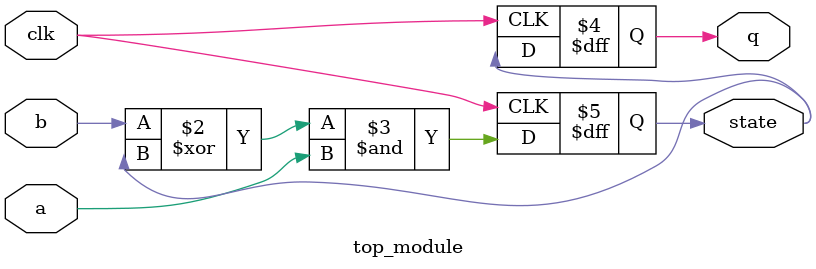
<source format=sv>
module top_module (
	input clk,
	input a,
	input b,
	output q,
	output state
);

reg q;
reg state;

always @(posedge clk) begin
    state <= (b ^ state) & a;
    q <= state;
end

endmodule

</source>
